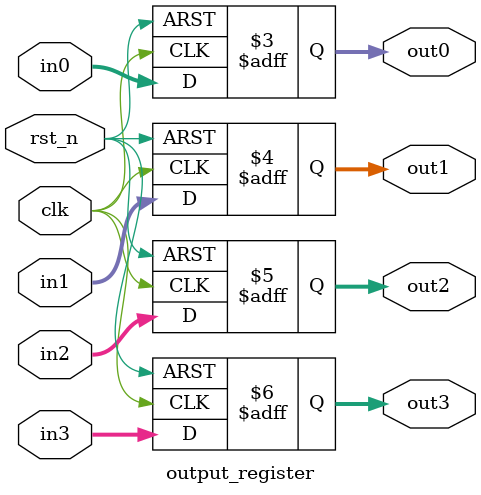
<source format=sv>
module crossbar_sync_4x4 (
    input wire clk, rst_n,
    input wire [7:0] in0, in1, in2, in3,
    input wire [1:0] sel0, sel1, sel2, sel3,
    output wire [7:0] out0, out1, out2, out3
);
    // 为高扇出信号添加缓冲寄存器
    reg [7:0] in0_buf1, in0_buf2;
    reg [7:0] in1_buf1, in1_buf2;
    reg [7:0] in2_buf1, in2_buf2;
    reg [7:0] in3_buf1, in3_buf2;
    
    // 时钟缓冲
    wire clk_buf1, clk_buf2;
    
    // 时钟缓冲器实例化
    clock_buffer clk_buffer_inst (
        .clk_in(clk),
        .clk_out1(clk_buf1),
        .clk_out2(clk_buf2)
    );
    
    // 输入缓冲寄存器
    always @(posedge clk_buf1 or negedge rst_n) begin
        if (!rst_n) begin
            in0_buf1 <= 8'b0;
            in1_buf1 <= 8'b0;
            in2_buf1 <= 8'b0;
            in3_buf1 <= 8'b0;
        end else begin
            in0_buf1 <= in0;
            in1_buf1 <= in1;
            in2_buf1 <= in2;
            in3_buf1 <= in3;
        end
    end
    
    always @(posedge clk_buf1 or negedge rst_n) begin
        if (!rst_n) begin
            in0_buf2 <= 8'b0;
            in1_buf2 <= 8'b0;
            in2_buf2 <= 8'b0;
            in3_buf2 <= 8'b0;
        end else begin
            in0_buf2 <= in0;
            in1_buf2 <= in1;
            in2_buf2 <= in2;
            in3_buf2 <= in3;
        end
    end
    
    // 内部连线声明
    wire [7:0] mux0_out, mux1_out, mux2_out, mux3_out;
    
    // 输入多路复用器实例化 - 使用缓冲输入信号
    input_mux mux0 (
        .sel(sel0),
        .in0(in0_buf1), .in1(in1_buf1), .in2(in2_buf1), .in3(in3_buf1),
        .out(mux0_out)
    );
    
    input_mux mux1 (
        .sel(sel1),
        .in0(in0_buf1), .in1(in1_buf1), .in2(in2_buf1), .in3(in3_buf1),
        .out(mux1_out)
    );
    
    input_mux mux2 (
        .sel(sel2),
        .in0(in0_buf2), .in1(in1_buf2), .in2(in2_buf2), .in3(in3_buf2),
        .out(mux2_out)
    );
    
    input_mux mux3 (
        .sel(sel3),
        .in0(in0_buf2), .in1(in1_buf2), .in2(in2_buf2), .in3(in3_buf2),
        .out(mux3_out)
    );
    
    // 输出寄存器实例化 - 使用缓冲时钟
    output_register out_reg (
        .clk(clk_buf2),
        .rst_n(rst_n),
        .in0(mux0_out), .in1(mux1_out), .in2(mux2_out), .in3(mux3_out),
        .out0(out0), .out1(out1), .out2(out2), .out3(out3)
    );
    
endmodule

// 时钟缓冲器模块
module clock_buffer (
    input wire clk_in,
    output wire clk_out1, clk_out2
);
    // 简单的时钟缓冲器实现
    // 在实际设计中，这通常由特定工艺库中的专用单元实现
    assign clk_out1 = clk_in;
    assign clk_out2 = clk_in;
endmodule

// 输入多路复用器子模块
module input_mux (
    input wire [1:0] sel,
    input wire [7:0] in0, in1, in2, in3,
    output reg [7:0] out
);
    // 将组合逻辑多路复用器改为always块，以提高可读性
    always @(*) begin
        case (sel)
            2'b00: out = in0;
            2'b01: out = in1;
            2'b10: out = in2;
            2'b11: out = in3;
            default: out = 8'b0;
        endcase
    end
endmodule

// 输出寄存器子模块
module output_register (
    input wire clk, rst_n,
    input wire [7:0] in0, in1, in2, in3,
    output reg [7:0] out0, out1, out2, out3
);
    // 同步输出寄存器
    always @(posedge clk or negedge rst_n) begin
        if (!rst_n) begin
            out0 <= 8'b0;
            out1 <= 8'b0;
            out2 <= 8'b0;
            out3 <= 8'b0;
        end else begin
            out0 <= in0;
            out1 <= in1;
            out2 <= in2;
            out3 <= in3;
        end
    end
endmodule
</source>
